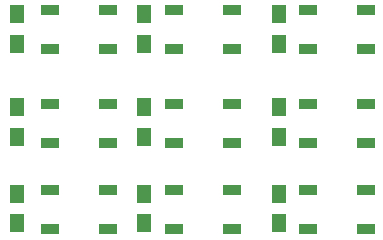
<source format=gbr>
G04 #@! TF.FileFunction,Paste,Top*
%FSLAX46Y46*%
G04 Gerber Fmt 4.6, Leading zero omitted, Abs format (unit mm)*
G04 Created by KiCad (PCBNEW 4.0.5-e0-6337~49~ubuntu15.04.1) date Fri Feb 24 10:43:51 2017*
%MOMM*%
%LPD*%
G01*
G04 APERTURE LIST*
%ADD10C,0.100000*%
%ADD11R,1.500000X0.900000*%
%ADD12R,1.250000X1.500000*%
G04 APERTURE END LIST*
D10*
D11*
X47550000Y-22550000D03*
X47550000Y-19250000D03*
X52450000Y-19250000D03*
X52450000Y-22550000D03*
X47550000Y-30450000D03*
X47550000Y-27150000D03*
X52450000Y-27150000D03*
X52450000Y-30450000D03*
D12*
X45100000Y-29950000D03*
X45100000Y-27450000D03*
X45100000Y-37250000D03*
X45100000Y-34750000D03*
X33700000Y-37250000D03*
X33700000Y-34750000D03*
X22900000Y-37250000D03*
X22900000Y-34750000D03*
X33700000Y-29950000D03*
X33700000Y-27450000D03*
X22900000Y-29950000D03*
X22900000Y-27450000D03*
X45100000Y-22050000D03*
X45100000Y-19550000D03*
X33700000Y-22050000D03*
X33700000Y-19550000D03*
X22900000Y-22050000D03*
X22900000Y-19550000D03*
D11*
X25750000Y-22550000D03*
X25750000Y-19250000D03*
X30650000Y-19250000D03*
X30650000Y-22550000D03*
X25750000Y-37750000D03*
X25750000Y-34450000D03*
X30650000Y-34450000D03*
X30650000Y-37750000D03*
X25750000Y-30450000D03*
X25750000Y-27150000D03*
X30650000Y-27150000D03*
X30650000Y-30450000D03*
X36250000Y-22550000D03*
X36250000Y-19250000D03*
X41150000Y-19250000D03*
X41150000Y-22550000D03*
X36250000Y-37750000D03*
X36250000Y-34450000D03*
X41150000Y-34450000D03*
X41150000Y-37750000D03*
X36250000Y-30450000D03*
X36250000Y-27150000D03*
X41150000Y-27150000D03*
X41150000Y-30450000D03*
X47550000Y-37750000D03*
X47550000Y-34450000D03*
X52450000Y-34450000D03*
X52450000Y-37750000D03*
M02*

</source>
